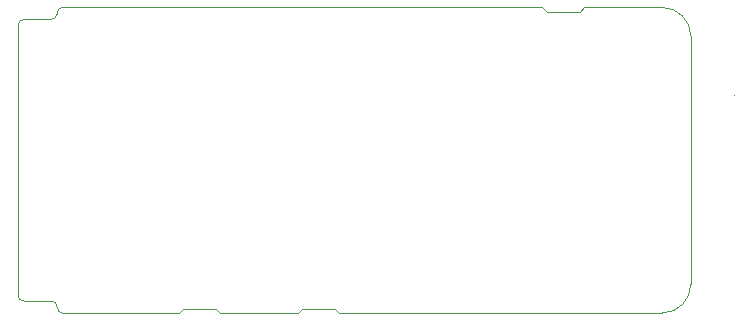
<source format=gm1>
G04*
G04 #@! TF.GenerationSoftware,Altium Limited,Altium Designer,25.1.2 (22)*
G04*
G04 Layer_Color=16711935*
%FSLAX44Y44*%
%MOMM*%
G71*
G04*
G04 #@! TF.SameCoordinates,2BCE8437-4B4B-493D-AEBF-8C89570F1AAD*
G04*
G04*
G04 #@! TF.FilePolarity,Positive*
G04*
G01*
G75*
%ADD211C,0.0100*%
D211*
X545244Y180D02*
G03*
X569642Y24544I0J24398D01*
G01*
X569642Y234578D02*
G03*
X545277Y258976I-24398J0D01*
G01*
X4975Y248777D02*
G03*
X-25Y243777I0J-5000D01*
G01*
X28173Y248777D02*
G03*
X33173Y253777I0J5000D01*
G01*
X38175Y259147D02*
G03*
X33173Y254147I-2J-5000D01*
G01*
Y5009D02*
G03*
X38175Y9I5000J0D01*
G01*
X33173Y5379D02*
G03*
X28173Y10379I-5000J0D01*
G01*
X-25Y15379D02*
G03*
X4975Y10379I5000J0D01*
G01*
X569642Y24544D02*
Y234578D01*
X475500Y255450D02*
X479058Y259008D01*
Y258998D02*
X545277Y258976D01*
X443945Y258995D02*
X447490Y255450D01*
X38175Y259147D02*
X443945Y259010D01*
X447500Y255450D02*
X475500D01*
X135941Y41D02*
X139500Y3600D01*
X167500D01*
X236726Y76D02*
X240250Y3600D01*
X268250D01*
X606295Y185005D02*
X606300Y185000D01*
X171055Y54D02*
X236726Y76D01*
X271770Y88D02*
X545244Y180D01*
X268260Y3600D02*
X271770Y90D01*
X167510Y3600D02*
X171055Y55D01*
X38175Y9D02*
X135941Y42D01*
X4975Y248777D02*
X28173D01*
X33173Y253777D02*
Y254147D01*
Y5009D02*
Y5379D01*
X4975Y10379D02*
X28173D01*
X-25Y15379D02*
Y243777D01*
M02*

</source>
